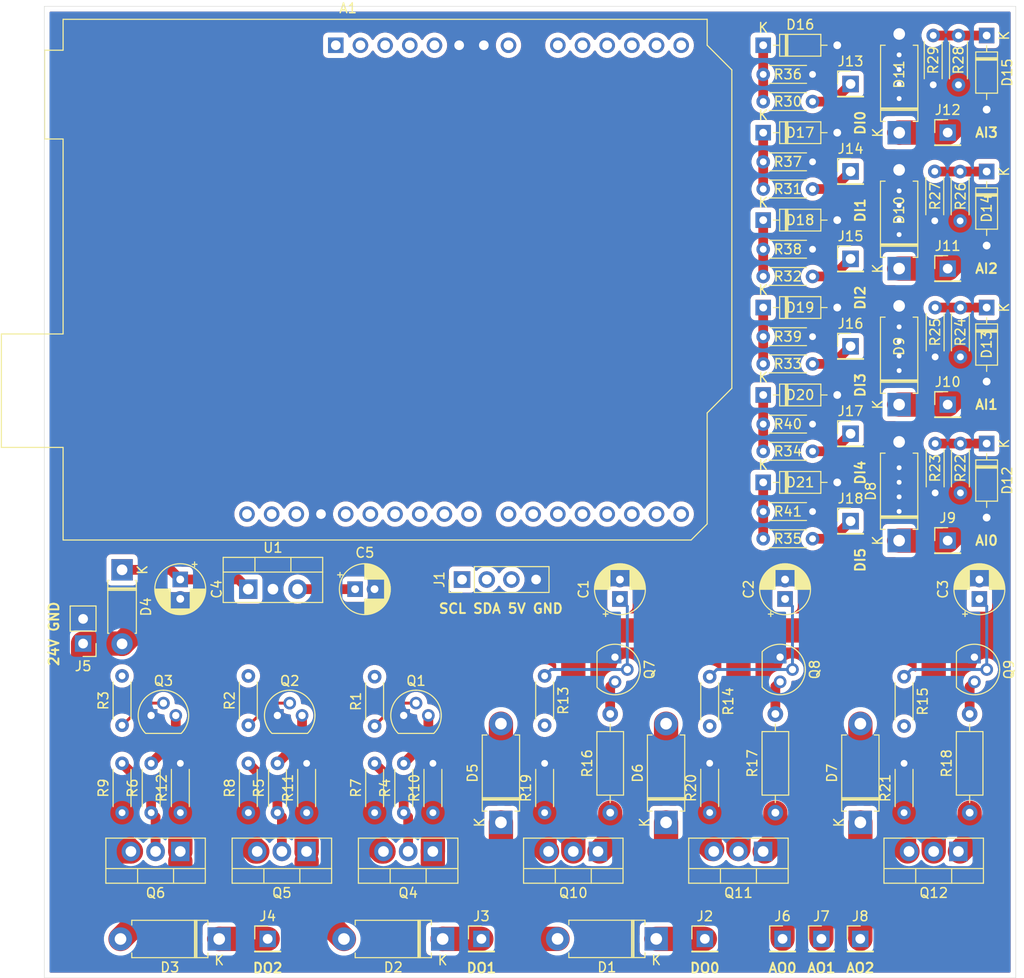
<source format=kicad_pcb>
(kicad_pcb (version 20171130) (host pcbnew "(5.1.12)-1")
  (layers (0 F.Cu signal) (31 B.Cu signal) (34 B.Paste user) (35 F.Paste user) (36 B.SilkS user) (37 F.SilkS user) (38 B.Mask user) (39 F.Mask user) (44 Edge.Cuts user))
  (net 0 "")
  (net 1 "Net-(A1-Pad16)")
  (net 2 "Net-(A1-Pad15)")
  (net 3 "Net-(A1-Pad30)")
  (net 4 /SCL)
  (net 5 GND)
  (net 6 /SDA)
  (net 7 /D13)
  (net 8 /A3)
  (net 9 /D12)
  (net 10 /A2)
  (net 11 /D11)
  (net 12 /A1)
  (net 13 /D10)
  (net 14 /A0)
  (net 15 /D9)
  (net 16 +12V)
  (net 17 /D8)
  (net 18 /DI7)
  (net 19 /DI6)
  (net 20 +5V)
  (net 21 /DI5)
  (net 22 "Net-(A1-Pad4)")
  (net 23 /DI4)
  (net 24 "Net-(A1-Pad3)")
  (net 25 /DI3)
  (net 26 "Net-(A1-Pad2)")
  (net 27 /DI2)
  (net 28 "Net-(A1-Pad1)")
  (net 29 "Net-(C1-Pad1)")
  (net 30 "Net-(C2-Pad1)")
  (net 31 "Net-(C3-Pad1)")
  (net 32 "Net-(C4-Pad1)")
  (net 33 "Net-(D1-Pad2)")
  (net 34 /DO_0)
  (net 35 "Net-(D2-Pad2)")
  (net 36 /DO_1)
  (net 37 "Net-(D3-Pad2)")
  (net 38 /DO_2)
  (net 39 +24V)
  (net 40 "Net-(D5-Pad2)")
  (net 41 /AO_0)
  (net 42 "Net-(D6-Pad2)")
  (net 43 /AO_1)
  (net 44 "Net-(D7-Pad2)")
  (net 45 /AO_2)
  (net 46 /AI_0)
  (net 47 /AI_1)
  (net 48 /AI_2)
  (net 49 /AI_3)
  (net 50 "Net-(Q1-Pad3)")
  (net 51 "Net-(Q1-Pad2)")
  (net 52 "Net-(Q2-Pad3)")
  (net 53 "Net-(Q2-Pad2)")
  (net 54 "Net-(Q3-Pad3)")
  (net 55 "Net-(Q3-Pad2)")
  (net 56 "Net-(Q4-Pad2)")
  (net 57 "Net-(Q5-Pad2)")
  (net 58 "Net-(Q6-Pad2)")
  (net 59 "Net-(Q7-Pad3)")
  (net 60 "Net-(Q8-Pad3)")
  (net 61 "Net-(Q9-Pad3)")
  (net 62 "Net-(Q10-Pad1)")
  (net 63 "Net-(Q11-Pad1)")
  (net 64 "Net-(Q12-Pad1)")
  (net 65 /DI_0)
  (net 66 /DI_1)
  (net 67 /DI_2)
  (net 68 /DI_3)
  (net 69 /DI_4)
  (net 70 /DI_5)
  (module Package_TO_SOT_THT:TO-220-3_Vertical (layer F.Cu) (at 146 128 180)
    (fp_text reference Q10 (at 2.54 -4.27) (layer F.SilkS))
    (fp_text value MJE2955T)
    (pad 3 thru_hole oval (at 5.08 0 180) (size 1.905 2) (drill 1.1) (layers *.Cu *.Mask) (net 40 "Net-(D5-Pad2)"))
    (pad 2 thru_hole oval (at 2.54 0 180) (size 1.905 2) (drill 1.1) (layers *.Cu *.Mask) (net 39 +24V))
    (pad 1 thru_hole rect (at 0 0 180) (size 1.905 2) (drill 1.1) (layers *.Cu *.Mask) (net 62 "Net-(Q10-Pad1)"))
  )
  (module Connector_PinHeader_2.54mm:PinHeader_1x01_P2.54mm_Vertical (layer F.Cu) (at 169 137)
    (fp_text reference J7 (at 0 -2.33) (layer F.SilkS))
    (fp_text value Anslutning)
    (pad 1 thru_hole rect (at 0 0) (size 1.7 1.7) (drill 1) (layers *.Cu *.Mask) (net 43 /AO_1))
  )
  (module Connector_PinHeader_2.54mm:PinHeader_1x01_P2.54mm_Vertical (layer F.Cu) (at 173 137)
    (fp_text reference J8 (at 0 -2.33) (layer F.SilkS))
    (fp_text value Anslutning)
    (pad 1 thru_hole rect (at 0 0) (size 1.7 1.7) (drill 1) (layers *.Cu *.Mask) (net 45 /AO_2))
  )
  (module Connector_PinHeader_2.54mm:PinHeader_1x01_P2.54mm_Vertical (layer F.Cu) (at 165 137)
    (fp_text reference J6 (at 0 -2.33) (layer F.SilkS))
    (fp_text value Anslutning)
    (pad 1 thru_hole rect (at 0 0) (size 1.7 1.7) (drill 1) (layers *.Cu *.Mask) (net 41 /AO_0))
  )
  (module Resistor_THT:R_Axial_DIN0204_L3.6mm_D1.6mm_P5.08mm_Horizontal (layer F.Cu) (at 180.67 58 270)
    (fp_text reference R27 (at 2.54 -0.04 90) (layer F.SilkS))
    (fp_text value 1k)
    (pad 2 thru_hole oval (at 5.08 0 270) (size 1.4 1.4) (drill 0.7) (layers *.Cu *.Mask) (net 5 GND))
    (pad 1 thru_hole circle (at 0 0 270) (size 1.4 1.4) (drill 0.7) (layers *.Cu *.Mask) (net 10 /A2))
  )
  (module Resistor_THT:R_Axial_DIN0204_L3.6mm_D1.6mm_P5.08mm_Horizontal (layer F.Cu) (at 183.28 63.09 90)
    (fp_text reference R26 (at 2.54 0.05 90) (layer F.SilkS))
    (fp_text value 1k)
    (pad 2 thru_hole oval (at 5.08 0 90) (size 1.4 1.4) (drill 0.7) (layers *.Cu *.Mask) (net 10 /A2))
    (pad 1 thru_hole circle (at 0 0 90) (size 1.4 1.4) (drill 0.7) (layers *.Cu *.Mask) (net 48 /AI_2))
  )
  (module Resistor_THT:R_Axial_DIN0204_L3.6mm_D1.6mm_P5.08mm_Horizontal (layer F.Cu) (at 180.51 44 270)
    (fp_text reference R29 (at 2.54 0 90) (layer F.SilkS))
    (fp_text value 1k)
    (pad 2 thru_hole oval (at 5.08 0 270) (size 1.4 1.4) (drill 0.7) (layers *.Cu *.Mask) (net 5 GND))
    (pad 1 thru_hole circle (at 0 0 270) (size 1.4 1.4) (drill 0.7) (layers *.Cu *.Mask) (net 8 /A3))
  )
  (module Resistor_THT:R_Axial_DIN0204_L3.6mm_D1.6mm_P5.08mm_Horizontal (layer F.Cu) (at 183.11 49.09 90)
    (fp_text reference R28 (at 2.54 0 90) (layer F.SilkS))
    (fp_text value 1k)
    (pad 2 thru_hole oval (at 5.08 0 90) (size 1.4 1.4) (drill 0.7) (layers *.Cu *.Mask) (net 8 /A3))
    (pad 1 thru_hole circle (at 0 0 90) (size 1.4 1.4) (drill 0.7) (layers *.Cu *.Mask) (net 49 /AI_3))
  )
  (module Resistor_THT:R_Axial_DIN0204_L3.6mm_D1.6mm_P5.08mm_Horizontal (layer F.Cu) (at 180.71 72.01 270)
    (fp_text reference R25 (at 2.54 0 90) (layer F.SilkS))
    (fp_text value 1k)
    (pad 2 thru_hole oval (at 5.08 0 270) (size 1.4 1.4) (drill 0.7) (layers *.Cu *.Mask) (net 5 GND))
    (pad 1 thru_hole circle (at 0 0 270) (size 1.4 1.4) (drill 0.7) (layers *.Cu *.Mask) (net 12 /A1))
  )
  (module Resistor_THT:R_Axial_DIN0204_L3.6mm_D1.6mm_P5.08mm_Horizontal (layer F.Cu) (at 183.31 77.09 90)
    (fp_text reference R24 (at 2.54 0 90) (layer F.SilkS))
    (fp_text value 1k)
    (pad 2 thru_hole oval (at 5.08 0 90) (size 1.4 1.4) (drill 0.7) (layers *.Cu *.Mask) (net 12 /A1))
    (pad 1 thru_hole circle (at 0 0 90) (size 1.4 1.4) (drill 0.7) (layers *.Cu *.Mask) (net 47 /AI_1))
  )
  (module Resistor_THT:R_Axial_DIN0204_L3.6mm_D1.6mm_P5.08mm_Horizontal (layer F.Cu) (at 180.71 86.01 270)
    (fp_text reference R23 (at 2.54 0 90) (layer F.SilkS))
    (fp_text value 1k)
    (pad 2 thru_hole oval (at 5.08 0 270) (size 1.4 1.4) (drill 0.7) (layers *.Cu *.Mask) (net 5 GND))
    (pad 1 thru_hole circle (at 0 0 270) (size 1.4 1.4) (drill 0.7) (layers *.Cu *.Mask) (net 14 /A0))
  )
  (module Resistor_THT:R_Axial_DIN0204_L3.6mm_D1.6mm_P5.08mm_Horizontal (layer F.Cu) (at 183.31 91.09 90)
    (fp_text reference R22 (at 2.54 0 90) (layer F.SilkS))
    (fp_text value 1k)
    (pad 2 thru_hole oval (at 5.08 0 90) (size 1.4 1.4) (drill 0.7) (layers *.Cu *.Mask) (net 14 /A0))
    (pad 1 thru_hole circle (at 0 0 90) (size 1.4 1.4) (drill 0.7) (layers *.Cu *.Mask) (net 46 /AI_0))
  )
  (module Diode_THT:D_DO-35_SOD27_P7.62mm_Horizontal (layer F.Cu) (at 186.01 44.01 270)
    (fp_text reference D15 (at 3.81 -2.12 90) (layer F.SilkS))
    (fp_text value 5.2V)
    (fp_text user K (at 0 -1.8 90) (layer F.SilkS))
    (pad 2 thru_hole oval (at 7.62 0 270) (size 1.6 1.6) (drill 0.8) (layers *.Cu *.Mask) (net 5 GND))
    (pad 1 thru_hole rect (at 0 0 270) (size 1.6 1.6) (drill 0.8) (layers *.Cu *.Mask) (net 8 /A3))
  )
  (module Diode_THT:D_DO-35_SOD27_P7.62mm_Horizontal (layer F.Cu) (at 186.01 58.01 270)
    (fp_text reference D14 (at 3.8 0 90) (layer F.SilkS))
    (fp_text value 5.2V)
    (fp_text user K (at 0 -1.8 90) (layer F.SilkS))
    (pad 2 thru_hole oval (at 7.62 0 270) (size 1.6 1.6) (drill 0.8) (layers *.Cu *.Mask) (net 5 GND))
    (pad 1 thru_hole rect (at 0 0 270) (size 1.6 1.6) (drill 0.8) (layers *.Cu *.Mask) (net 10 /A2))
  )
  (module Diode_THT:D_DO-35_SOD27_P7.62mm_Horizontal (layer F.Cu) (at 186.01 72.01 270)
    (fp_text reference D13 (at 3.81 0 90) (layer F.SilkS))
    (fp_text value 5.2V)
    (fp_text user K (at 0 -1.8 90) (layer F.SilkS))
    (pad 2 thru_hole oval (at 7.62 0 270) (size 1.6 1.6) (drill 0.8) (layers *.Cu *.Mask) (net 5 GND))
    (pad 1 thru_hole rect (at 0 0 270) (size 1.6 1.6) (drill 0.8) (layers *.Cu *.Mask) (net 12 /A1))
  )
  (module Diode_THT:D_DO-35_SOD27_P7.62mm_Horizontal (layer F.Cu) (at 186.01 86.01 270)
    (fp_text reference D12 (at 3.81 -2.12 90) (layer F.SilkS))
    (fp_text value 5.2V)
    (fp_text user K (at 0 -1.8 90) (layer F.SilkS))
    (pad 2 thru_hole oval (at 7.62 0 270) (size 1.6 1.6) (drill 0.8) (layers *.Cu *.Mask) (net 5 GND))
    (pad 1 thru_hole rect (at 0 0 270) (size 1.6 1.6) (drill 0.8) (layers *.Cu *.Mask) (net 14 /A0))
  )
  (module Diode_THT:D_DO-15_P10.16mm_Horizontal (layer F.Cu) (at 177.01 54.01 90)
    (fp_text reference D11 (at 6 0 90) (layer F.SilkS))
    (fp_text value 1N5400K)
    (fp_text user K (at 0 -2.2 90) (layer F.SilkS))
    (pad 2 thru_hole oval (at 10.16 0 90) (size 2.4 2.4) (drill 1.2) (layers *.Cu *.Mask) (net 5 GND))
    (pad 1 thru_hole rect (at 0 0 90) (size 2.4 2.4) (drill 1.2) (layers *.Cu *.Mask) (net 49 /AI_3))
  )
  (module Diode_THT:D_DO-15_P10.16mm_Horizontal (layer F.Cu) (at 177 68 90)
    (fp_text reference D10 (at 6 0 90) (layer F.SilkS))
    (fp_text value 1N5400K)
    (fp_text user K (at 0 -2.2 90) (layer F.SilkS))
    (pad 2 thru_hole oval (at 10.16 0 90) (size 2.4 2.4) (drill 1.2) (layers *.Cu *.Mask) (net 5 GND))
    (pad 1 thru_hole rect (at 0 0 90) (size 2.4 2.4) (drill 1.2) (layers *.Cu *.Mask) (net 48 /AI_2))
  )
  (module Diode_THT:D_DO-15_P10.16mm_Horizontal (layer F.Cu) (at 177 82 90)
    (fp_text reference D9 (at 6 0 90) (layer F.SilkS))
    (fp_text value 1N5400K)
    (fp_text user K (at 0 -2.2 90) (layer F.SilkS))
    (pad 2 thru_hole oval (at 10.16 0 90) (size 2.4 2.4) (drill 1.2) (layers *.Cu *.Mask) (net 5 GND))
    (pad 1 thru_hole rect (at 0 0 90) (size 2.4 2.4) (drill 1.2) (layers *.Cu *.Mask) (net 47 /AI_1))
  )
  (module Diode_THT:D_DO-15_P10.16mm_Horizontal (layer F.Cu) (at 177 96 90)
    (fp_text reference D8 (at 5.08 -2.92 90) (layer F.SilkS))
    (fp_text value 1N5400K)
    (fp_text user K (at 0 -2.2 90) (layer F.SilkS))
    (pad 2 thru_hole oval (at 10.16 0 90) (size 2.4 2.4) (drill 1.2) (layers *.Cu *.Mask) (net 5 GND))
    (pad 1 thru_hole rect (at 0 0 90) (size 2.4 2.4) (drill 1.2) (layers *.Cu *.Mask) (net 46 /AI_0))
  )
  (module Resistor_THT:R_Axial_DIN0207_L6.3mm_D2.5mm_P10.16mm_Horizontal (layer F.Cu) (at 184.26 124.01 90)
    (fp_text reference R18 (at 5.08 -2.37 90) (layer F.SilkS))
    (fp_text value "1k, 1W")
    (pad 2 thru_hole oval (at 10.16 0 90) (size 1.6 1.6) (drill 0.8) (layers *.Cu *.Mask) (net 61 "Net-(Q9-Pad3)"))
    (pad 1 thru_hole circle (at 0 0 90) (size 1.6 1.6) (drill 0.8) (layers *.Cu *.Mask) (net 64 "Net-(Q12-Pad1)"))
  )
  (module Resistor_THT:R_Axial_DIN0207_L6.3mm_D2.5mm_P10.16mm_Horizontal (layer F.Cu) (at 164.26 124.01 90)
    (fp_text reference R17 (at 5.08 -2.37 90) (layer F.SilkS))
    (fp_text value "1k, 1W")
    (pad 2 thru_hole oval (at 10.16 0 90) (size 1.6 1.6) (drill 0.8) (layers *.Cu *.Mask) (net 60 "Net-(Q8-Pad3)"))
    (pad 1 thru_hole circle (at 0 0 90) (size 1.6 1.6) (drill 0.8) (layers *.Cu *.Mask) (net 63 "Net-(Q11-Pad1)"))
  )
  (module Resistor_THT:R_Axial_DIN0207_L6.3mm_D2.5mm_P10.16mm_Horizontal (layer F.Cu) (at 147.26 124.01 90)
    (fp_text reference R16 (at 5.08 -2.37 90) (layer F.SilkS))
    (fp_text value "1k, 1W")
    (pad 2 thru_hole oval (at 10.16 0 90) (size 1.6 1.6) (drill 0.8) (layers *.Cu *.Mask) (net 59 "Net-(Q7-Pad3)"))
    (pad 1 thru_hole circle (at 0 0 90) (size 1.6 1.6) (drill 0.8) (layers *.Cu *.Mask) (net 62 "Net-(Q10-Pad1)"))
  )
  (module Diode_THT:D_DO-15_P10.16mm_Horizontal (layer F.Cu) (at 173.01 125.01 90)
    (fp_text reference D7 (at 5.08 -2.92 90) (layer F.SilkS))
    (fp_text value 1N5400K)
    (fp_text user K (at 0 -2.2 90) (layer F.SilkS))
    (pad 2 thru_hole oval (at 10.16 0 90) (size 2.4 2.4) (drill 1.2) (layers *.Cu *.Mask) (net 44 "Net-(D7-Pad2)"))
    (pad 1 thru_hole rect (at 0 0 90) (size 2.4 2.4) (drill 1.2) (layers *.Cu *.Mask) (net 45 /AO_2))
  )
  (module Diode_THT:D_DO-15_P10.16mm_Horizontal (layer F.Cu) (at 153.01 125.01 90)
    (fp_text reference D6 (at 5.08 -2.92 90) (layer F.SilkS))
    (fp_text value 1N5400K)
    (fp_text user K (at 0 -2.2 90) (layer F.SilkS))
    (pad 2 thru_hole oval (at 10.16 0 90) (size 2.4 2.4) (drill 1.2) (layers *.Cu *.Mask) (net 42 "Net-(D6-Pad2)"))
    (pad 1 thru_hole rect (at 0 0 90) (size 2.4 2.4) (drill 1.2) (layers *.Cu *.Mask) (net 43 /AO_1))
  )
  (module Diode_THT:D_DO-15_P10.16mm_Horizontal (layer F.Cu) (at 136.01 125.01 90)
    (fp_text reference D5 (at 5.08 -2.92 90) (layer F.SilkS))
    (fp_text value 1N5400K)
    (fp_text user K (at 0 -2.2 90) (layer F.SilkS))
    (pad 2 thru_hole oval (at 10.16 0 90) (size 2.4 2.4) (drill 1.2) (layers *.Cu *.Mask) (net 40 "Net-(D5-Pad2)"))
    (pad 1 thru_hole rect (at 0 0 90) (size 2.4 2.4) (drill 1.2) (layers *.Cu *.Mask) (net 41 /AO_0))
  )
  (module Diode_THT:D_DO-15_P10.16mm_Horizontal (layer F.Cu) (at 107.01 137.01 180)
    (fp_text reference D3 (at 5.08 -2.92) (layer F.SilkS))
    (fp_text value 1N5400K)
    (fp_text user K (at 0 -2.2) (layer F.SilkS))
    (pad 2 thru_hole oval (at 10.16 0 180) (size 2.4 2.4) (drill 1.2) (layers *.Cu *.Mask) (net 37 "Net-(D3-Pad2)"))
    (pad 1 thru_hole rect (at 0 0 180) (size 2.4 2.4) (drill 1.2) (layers *.Cu *.Mask) (net 38 /DO_2))
  )
  (module Diode_THT:D_DO-15_P10.16mm_Horizontal (layer F.Cu) (at 130.01 137.01 180)
    (fp_text reference D2 (at 5.08 -2.92) (layer F.SilkS))
    (fp_text value 1N5400K)
    (fp_text user K (at 0 -2.2) (layer F.SilkS))
    (pad 2 thru_hole oval (at 10.16 0 180) (size 2.4 2.4) (drill 1.2) (layers *.Cu *.Mask) (net 35 "Net-(D2-Pad2)"))
    (pad 1 thru_hole rect (at 0 0 180) (size 2.4 2.4) (drill 1.2) (layers *.Cu *.Mask) (net 36 /DO_1))
  )
  (module Diode_THT:D_DO-15_P10.16mm_Horizontal (layer F.Cu) (at 152 137 180)
    (fp_text reference D1 (at 5.08 -2.92) (layer F.SilkS))
    (fp_text value 1N5400K)
    (fp_text user K (at 0 -2.2) (layer F.SilkS))
    (pad 1 thru_hole rect (at 0 0 180) (size 2.4 2.4) (drill 1.2) (layers *.Cu *.Mask) (net 34 /DO_0))
    (pad 2 thru_hole oval (at 10.16 0 180) (size 2.4 2.4) (drill 1.2) (layers *.Cu *.Mask) (net 33 "Net-(D1-Pad2)"))
  )
  (module Diode_THT:D_DO-41_SOD81_P7.62mm_Horizontal (layer F.Cu) (at 97.01 99.01 270)
    (fp_text reference D4 (at 3.81 -2.47 90) (layer F.SilkS))
    (fp_text value "600V 1A")
    (fp_text user K (at 0 -2.1 90) (layer F.SilkS))
    (pad 2 thru_hole oval (at 7.62 0 270) (size 2.2 2.2) (drill 1.1) (layers *.Cu *.Mask) (net 39 +24V))
    (pad 1 thru_hole rect (at 0 0 270) (size 2.2 2.2) (drill 1.1) (layers *.Cu *.Mask) (net 32 "Net-(C4-Pad1)"))
  )
  (module Resistor_THT:R_Axial_DIN0204_L3.6mm_D1.6mm_P5.08mm_Horizontal (layer F.Cu) (at 163.01 93.01)
    (fp_text reference R41 (at 2.54 0) (layer F.SilkS))
    (fp_text value 100k)
    (pad 2 thru_hole oval (at 5.08 0) (size 1.4 1.4) (drill 0.7) (layers *.Cu *.Mask) (net 5 GND))
    (pad 1 thru_hole circle (at 0 0) (size 1.4 1.4) (drill 0.7) (layers *.Cu *.Mask) (net 18 /DI7))
  )
  (module Resistor_THT:R_Axial_DIN0204_L3.6mm_D1.6mm_P5.08mm_Horizontal (layer F.Cu) (at 163.01 84.01)
    (fp_text reference R40 (at 2.54 0) (layer F.SilkS))
    (fp_text value 100k)
    (pad 2 thru_hole oval (at 5.08 0) (size 1.4 1.4) (drill 0.7) (layers *.Cu *.Mask) (net 5 GND))
    (pad 1 thru_hole circle (at 0 0) (size 1.4 1.4) (drill 0.7) (layers *.Cu *.Mask) (net 19 /DI6))
  )
  (module Resistor_THT:R_Axial_DIN0204_L3.6mm_D1.6mm_P5.08mm_Horizontal (layer F.Cu) (at 163.01 75.01)
    (fp_text reference R39 (at 2.54 0) (layer F.SilkS))
    (fp_text value 100k)
    (pad 2 thru_hole oval (at 5.08 0) (size 1.4 1.4) (drill 0.7) (layers *.Cu *.Mask) (net 5 GND))
    (pad 1 thru_hole circle (at 0 0) (size 1.4 1.4) (drill 0.7) (layers *.Cu *.Mask) (net 21 /DI5))
  )
  (module Resistor_THT:R_Axial_DIN0204_L3.6mm_D1.6mm_P5.08mm_Horizontal (layer F.Cu) (at 163.01 66.01)
    (fp_text reference R38 (at 2.54 0) (layer F.SilkS))
    (fp_text value 100k)
    (pad 2 thru_hole oval (at 5.08 0) (size 1.4 1.4) (drill 0.7) (layers *.Cu *.Mask) (net 5 GND))
    (pad 1 thru_hole circle (at 0 0) (size 1.4 1.4) (drill 0.7) (layers *.Cu *.Mask) (net 23 /DI4))
  )
  (module Resistor_THT:R_Axial_DIN0204_L3.6mm_D1.6mm_P5.08mm_Horizontal (layer F.Cu) (at 163.01 57.01)
    (fp_text reference R37 (at 2.54 0) (layer F.SilkS))
    (fp_text value 100k)
    (pad 2 thru_hole oval (at 5.08 0) (size 1.4 1.4) (drill 0.7) (layers *.Cu *.Mask) (net 5 GND))
    (pad 1 thru_hole circle (at 0 0) (size 1.4 1.4) (drill 0.7) (layers *.Cu *.Mask) (net 25 /DI3))
  )
  (module Resistor_THT:R_Axial_DIN0204_L3.6mm_D1.6mm_P5.08mm_Horizontal (layer F.Cu) (at 163.01 48.01)
    (fp_text reference R36 (at 2.54 0) (layer F.SilkS))
    (fp_text value 100k)
    (pad 2 thru_hole oval (at 5.08 0) (size 1.4 1.4) (drill 0.7) (layers *.Cu *.Mask) (net 5 GND))
    (pad 1 thru_hole circle (at 0 0) (size 1.4 1.4) (drill 0.7) (layers *.Cu *.Mask) (net 27 /DI2))
  )
  (module Resistor_THT:R_Axial_DIN0204_L3.6mm_D1.6mm_P5.08mm_Horizontal (layer F.Cu) (at 163.01 95.81)
    (fp_text reference R35 (at 2.54 0) (layer F.SilkS))
    (fp_text value 10k)
    (pad 2 thru_hole oval (at 5.08 0) (size 1.4 1.4) (drill 0.7) (layers *.Cu *.Mask) (net 70 /DI_5))
    (pad 1 thru_hole circle (at 0 0) (size 1.4 1.4) (drill 0.7) (layers *.Cu *.Mask) (net 18 /DI7))
  )
  (module Resistor_THT:R_Axial_DIN0204_L3.6mm_D1.6mm_P5.08mm_Horizontal (layer F.Cu) (at 163.01 86.81)
    (fp_text reference R34 (at 2.54 0) (layer F.SilkS))
    (fp_text value 10k)
    (pad 2 thru_hole oval (at 5.08 0) (size 1.4 1.4) (drill 0.7) (layers *.Cu *.Mask) (net 69 /DI_4))
    (pad 1 thru_hole circle (at 0 0) (size 1.4 1.4) (drill 0.7) (layers *.Cu *.Mask) (net 19 /DI6))
  )
  (module Resistor_THT:R_Axial_DIN0204_L3.6mm_D1.6mm_P5.08mm_Horizontal (layer F.Cu) (at 163.01 77.81)
    (fp_text reference R33 (at 2.54 0) (layer F.SilkS))
    (fp_text value 10k)
    (pad 2 thru_hole oval (at 5.08 0) (size 1.4 1.4) (drill 0.7) (layers *.Cu *.Mask) (net 68 /DI_3))
    (pad 1 thru_hole circle (at 0 0) (size 1.4 1.4) (drill 0.7) (layers *.Cu *.Mask) (net 21 /DI5))
  )
  (module Resistor_THT:R_Axial_DIN0204_L3.6mm_D1.6mm_P5.08mm_Horizontal (layer F.Cu) (at 163.01 68.81)
    (fp_text reference R32 (at 2.54 0) (layer F.SilkS))
    (fp_text value 10k)
    (pad 2 thru_hole oval (at 5.08 0) (size 1.4 1.4) (drill 0.7) (layers *.Cu *.Mask) (net 67 /DI_2))
    (pad 1 thru_hole circle (at 0 0) (size 1.4 1.4) (drill 0.7) (layers *.Cu *.Mask) (net 23 /DI4))
  )
  (module Resistor_THT:R_Axial_DIN0204_L3.6mm_D1.6mm_P5.08mm_Horizontal (layer F.Cu) (at 163.01 59.81)
    (fp_text reference R31 (at 2.54 0) (layer F.SilkS))
    (fp_text value 10k)
    (pad 2 thru_hole oval (at 5.08 0) (size 1.4 1.4) (drill 0.7) (layers *.Cu *.Mask) (net 66 /DI_1))
    (pad 1 thru_hole circle (at 0 0) (size 1.4 1.4) (drill 0.7) (layers *.Cu *.Mask) (net 25 /DI3))
  )
  (module Resistor_THT:R_Axial_DIN0204_L3.6mm_D1.6mm_P5.08mm_Horizontal (layer F.Cu) (at 163.01 50.81)
    (fp_text reference R30 (at 2.54 0) (layer F.SilkS))
    (fp_text value 10k)
    (pad 2 thru_hole oval (at 5.08 0) (size 1.4 1.4) (drill 0.7) (layers *.Cu *.Mask) (net 65 /DI_0))
    (pad 1 thru_hole circle (at 0 0) (size 1.4 1.4) (drill 0.7) (layers *.Cu *.Mask) (net 27 /DI2))
  )
  (module Resistor_THT:R_Axial_DIN0204_L3.6mm_D1.6mm_P5.08mm_Horizontal (layer F.Cu) (at 177.51 124.01 90)
    (fp_text reference R21 (at 2.54 -1.92 90) (layer F.SilkS))
    (fp_text value 100k)
    (pad 2 thru_hole oval (at 5.08 0 90) (size 1.4 1.4) (drill 0.7) (layers *.Cu *.Mask) (net 5 GND))
    (pad 1 thru_hole circle (at 0 0 90) (size 1.4 1.4) (drill 0.7) (layers *.Cu *.Mask) (net 44 "Net-(D7-Pad2)"))
  )
  (module Resistor_THT:R_Axial_DIN0204_L3.6mm_D1.6mm_P5.08mm_Horizontal (layer F.Cu) (at 157.5 124 90)
    (fp_text reference R20 (at 2.54 -1.92 90) (layer F.SilkS))
    (fp_text value 100k)
    (pad 2 thru_hole oval (at 5.08 0 90) (size 1.4 1.4) (drill 0.7) (layers *.Cu *.Mask) (net 5 GND))
    (pad 1 thru_hole circle (at 0 0 90) (size 1.4 1.4) (drill 0.7) (layers *.Cu *.Mask) (net 42 "Net-(D6-Pad2)"))
  )
  (module Resistor_THT:R_Axial_DIN0204_L3.6mm_D1.6mm_P5.08mm_Horizontal (layer F.Cu) (at 140.51 124.01 90)
    (fp_text reference R19 (at 2.54 -1.92 90) (layer F.SilkS))
    (fp_text value 100k)
    (pad 2 thru_hole oval (at 5.08 0 90) (size 1.4 1.4) (drill 0.7) (layers *.Cu *.Mask) (net 5 GND))
    (pad 1 thru_hole circle (at 0 0 90) (size 1.4 1.4) (drill 0.7) (layers *.Cu *.Mask) (net 40 "Net-(D5-Pad2)"))
  )
  (module Resistor_THT:R_Axial_DIN0204_L3.6mm_D1.6mm_P5.08mm_Horizontal (layer F.Cu) (at 177.51 110.01 270)
    (fp_text reference R15 (at 2.54 -1.92 90) (layer F.SilkS))
    (fp_text value 100)
    (pad 2 thru_hole oval (at 5.08 0 270) (size 1.4 1.4) (drill 0.7) (layers *.Cu *.Mask) (net 11 /D11))
    (pad 1 thru_hole circle (at 0 0 270) (size 1.4 1.4) (drill 0.7) (layers *.Cu *.Mask) (net 31 "Net-(C3-Pad1)"))
  )
  (module Resistor_THT:R_Axial_DIN0204_L3.6mm_D1.6mm_P5.08mm_Horizontal (layer F.Cu) (at 157.5 110.01 270)
    (fp_text reference R14 (at 2.54 -1.92 90) (layer F.SilkS))
    (fp_text value 100)
    (pad 2 thru_hole oval (at 5.08 0 270) (size 1.4 1.4) (drill 0.7) (layers *.Cu *.Mask) (net 13 /D10))
    (pad 1 thru_hole circle (at 0 0 270) (size 1.4 1.4) (drill 0.7) (layers *.Cu *.Mask) (net 30 "Net-(C2-Pad1)"))
  )
  (module Resistor_THT:R_Axial_DIN0204_L3.6mm_D1.6mm_P5.08mm_Horizontal (layer F.Cu) (at 140.51 109.93 270)
    (fp_text reference R13 (at 2.54 -1.92 90) (layer F.SilkS))
    (fp_text value 100)
    (pad 2 thru_hole oval (at 5.08 0 270) (size 1.4 1.4) (drill 0.7) (layers *.Cu *.Mask) (net 15 /D9))
    (pad 1 thru_hole circle (at 0 0 270) (size 1.4 1.4) (drill 0.7) (layers *.Cu *.Mask) (net 29 "Net-(C1-Pad1)"))
  )
  (module Resistor_THT:R_Axial_DIN0204_L3.6mm_D1.6mm_P5.08mm_Horizontal (layer F.Cu) (at 103.01 124.01 90)
    (fp_text reference R12 (at 2.54 -1.92 90) (layer F.SilkS))
    (fp_text value 100k)
    (pad 2 thru_hole oval (at 5.08 0 90) (size 1.4 1.4) (drill 0.7) (layers *.Cu *.Mask) (net 5 GND))
    (pad 1 thru_hole circle (at 0 0 90) (size 1.4 1.4) (drill 0.7) (layers *.Cu *.Mask) (net 37 "Net-(D3-Pad2)"))
  )
  (module Resistor_THT:R_Axial_DIN0204_L3.6mm_D1.6mm_P5.08mm_Horizontal (layer F.Cu) (at 116.01 124.01 90)
    (fp_text reference R11 (at 2.54 -1.92 90) (layer F.SilkS))
    (fp_text value 100k)
    (pad 2 thru_hole oval (at 5.08 0 90) (size 1.4 1.4) (drill 0.7) (layers *.Cu *.Mask) (net 5 GND))
    (pad 1 thru_hole circle (at 0 0 90) (size 1.4 1.4) (drill 0.7) (layers *.Cu *.Mask) (net 35 "Net-(D2-Pad2)"))
  )
  (module Resistor_THT:R_Axial_DIN0204_L3.6mm_D1.6mm_P5.08mm_Horizontal (layer F.Cu) (at 129.01 124.01 90)
    (fp_text reference R10 (at 2.54 -1.92 90) (layer F.SilkS))
    (fp_text value 100k)
    (pad 2 thru_hole oval (at 5.08 0 90) (size 1.4 1.4) (drill 0.7) (layers *.Cu *.Mask) (net 5 GND))
    (pad 1 thru_hole circle (at 0 0 90) (size 1.4 1.4) (drill 0.7) (layers *.Cu *.Mask) (net 33 "Net-(D1-Pad2)"))
  )
  (module Resistor_THT:R_Axial_DIN0204_L3.6mm_D1.6mm_P5.08mm_Horizontal (layer F.Cu) (at 97.01 124.01 90)
    (fp_text reference R9 (at 2.54 -1.92 90) (layer F.SilkS))
    (fp_text value 100k)
    (pad 2 thru_hole oval (at 5.08 0 90) (size 1.4 1.4) (drill 0.7) (layers *.Cu *.Mask) (net 58 "Net-(Q6-Pad2)"))
    (pad 1 thru_hole circle (at 0 0 90) (size 1.4 1.4) (drill 0.7) (layers *.Cu *.Mask) (net 39 +24V))
  )
  (module Resistor_THT:R_Axial_DIN0204_L3.6mm_D1.6mm_P5.08mm_Horizontal (layer F.Cu) (at 110.01 124.01 90)
    (fp_text reference R8 (at 2.54 -1.92 90) (layer F.SilkS))
    (fp_text value 100k)
    (pad 2 thru_hole oval (at 5.08 0 90) (size 1.4 1.4) (drill 0.7) (layers *.Cu *.Mask) (net 57 "Net-(Q5-Pad2)"))
    (pad 1 thru_hole circle (at 0 0 90) (size 1.4 1.4) (drill 0.7) (layers *.Cu *.Mask) (net 39 +24V))
  )
  (module Resistor_THT:R_Axial_DIN0204_L3.6mm_D1.6mm_P5.08mm_Horizontal (layer F.Cu) (at 123.01 124.01 90)
    (fp_text reference R7 (at 2.54 -1.92 90) (layer F.SilkS))
    (fp_text value 100k)
    (pad 2 thru_hole oval (at 5.08 0 90) (size 1.4 1.4) (drill 0.7) (layers *.Cu *.Mask) (net 56 "Net-(Q4-Pad2)"))
    (pad 1 thru_hole circle (at 0 0 90) (size 1.4 1.4) (drill 0.7) (layers *.Cu *.Mask) (net 39 +24V))
  )
  (module Resistor_THT:R_Axial_DIN0204_L3.6mm_D1.6mm_P5.08mm_Horizontal (layer F.Cu) (at 100.01 124.01 90)
    (fp_text reference R6 (at 2.54 -1.92 90) (layer F.SilkS))
    (fp_text value 100k)
    (pad 2 thru_hole oval (at 5.08 0 90) (size 1.4 1.4) (drill 0.7) (layers *.Cu *.Mask) (net 54 "Net-(Q3-Pad3)"))
    (pad 1 thru_hole circle (at 0 0 90) (size 1.4 1.4) (drill 0.7) (layers *.Cu *.Mask) (net 58 "Net-(Q6-Pad2)"))
  )
  (module Resistor_THT:R_Axial_DIN0204_L3.6mm_D1.6mm_P5.08mm_Horizontal (layer F.Cu) (at 113.01 124.01 90)
    (fp_text reference R5 (at 2.54 -1.92 90) (layer F.SilkS))
    (fp_text value 100k)
    (pad 2 thru_hole oval (at 5.08 0 90) (size 1.4 1.4) (drill 0.7) (layers *.Cu *.Mask) (net 52 "Net-(Q2-Pad3)"))
    (pad 1 thru_hole circle (at 0 0 90) (size 1.4 1.4) (drill 0.7) (layers *.Cu *.Mask) (net 57 "Net-(Q5-Pad2)"))
  )
  (module Resistor_THT:R_Axial_DIN0204_L3.6mm_D1.6mm_P5.08mm_Horizontal (layer F.Cu) (at 126.01 124.01 90)
    (fp_text reference R4 (at 2.54 -1.92 90) (layer F.SilkS))
    (fp_text value 100k)
    (pad 2 thru_hole oval (at 5.08 0 90) (size 1.4 1.4) (drill 0.7) (layers *.Cu *.Mask) (net 50 "Net-(Q1-Pad3)"))
    (pad 1 thru_hole circle (at 0 0 90) (size 1.4 1.4) (drill 0.7) (layers *.Cu *.Mask) (net 56 "Net-(Q4-Pad2)"))
  )
  (module Resistor_THT:R_Axial_DIN0204_L3.6mm_D1.6mm_P5.08mm_Horizontal (layer F.Cu) (at 97.01 115.01 90)
    (fp_text reference R3 (at 2.54 -1.92 90) (layer F.SilkS))
    (fp_text value 100)
    (pad 2 thru_hole oval (at 5.08 0 90) (size 1.4 1.4) (drill 0.7) (layers *.Cu *.Mask) (net 7 /D13))
    (pad 1 thru_hole circle (at 0 0 90) (size 1.4 1.4) (drill 0.7) (layers *.Cu *.Mask) (net 55 "Net-(Q3-Pad2)"))
  )
  (module Resistor_THT:R_Axial_DIN0204_L3.6mm_D1.6mm_P5.08mm_Horizontal (layer F.Cu) (at 110.01 115.01 90)
    (fp_text reference R2 (at 2.54 -1.92 90) (layer F.SilkS))
    (fp_text value 100)
    (pad 2 thru_hole oval (at 5.08 0 90) (size 1.4 1.4) (drill 0.7) (layers *.Cu *.Mask) (net 9 /D12))
    (pad 1 thru_hole circle (at 0 0 90) (size 1.4 1.4) (drill 0.7) (layers *.Cu *.Mask) (net 53 "Net-(Q2-Pad2)"))
  )
  (module Resistor_THT:R_Axial_DIN0204_L3.6mm_D1.6mm_P5.08mm_Horizontal (layer F.Cu) (at 123.01 115.09 90)
    (fp_text reference R1 (at 2.54 -1.92 90) (layer F.SilkS))
    (fp_text value 100)
    (pad 2 thru_hole oval (at 5.08 0 90) (size 1.4 1.4) (drill 0.7) (layers *.Cu *.Mask) (net 17 /D8))
    (pad 1 thru_hole circle (at 0 0 90) (size 1.4 1.4) (drill 0.7) (layers *.Cu *.Mask) (net 51 "Net-(Q1-Pad2)"))
  )
  (module Package_TO_SOT_THT:TO-220-3_Vertical (layer F.Cu) (at 110 101)
    (fp_text reference U1 (at 2.54 -4.27) (layer F.SilkS))
    (fp_text value LM7812_TO220)
    (pad 3 thru_hole oval (at 5.08 0) (size 1.905 2) (drill 1.1) (layers *.Cu *.Mask) (net 16 +12V))
    (pad 2 thru_hole oval (at 2.54 0) (size 1.905 2) (drill 1.1) (layers *.Cu *.Mask) (net 5 GND))
    (pad 1 thru_hole rect (at 0 0) (size 1.905 2) (drill 1.1) (layers *.Cu *.Mask) (net 32 "Net-(C4-Pad1)"))
  )
  (module Package_TO_SOT_THT:TO-220-3_Vertical (layer F.Cu) (at 183.1 128 180)
    (fp_text reference Q12 (at 2.54 -4.27) (layer F.SilkS))
    (fp_text value MJE2955T)
    (pad 3 thru_hole oval (at 5.08 0 180) (size 1.905 2) (drill 1.1) (layers *.Cu *.Mask) (net 44 "Net-(D7-Pad2)"))
    (pad 2 thru_hole oval (at 2.54 0 180) (size 1.905 2) (drill 1.1) (layers *.Cu *.Mask) (net 39 +24V))
    (pad 1 thru_hole rect (at 0 0 180) (size 1.905 2) (drill 1.1) (layers *.Cu *.Mask) (net 64 "Net-(Q12-Pad1)"))
  )
  (module Package_TO_SOT_THT:TO-220-3_Vertical (layer F.Cu) (at 163 128 180)
    (fp_text reference Q11 (at 2.54 -4.27) (layer F.SilkS))
    (fp_text value MJE2955T)
    (pad 3 thru_hole oval (at 5.08 0 180) (size 1.905 2) (drill 1.1) (layers *.Cu *.Mask) (net 42 "Net-(D6-Pad2)"))
    (pad 2 thru_hole oval (at 2.54 0 180) (size 1.905 2) (drill 1.1) (layers *.Cu *.Mask) (net 39 +24V))
    (pad 1 thru_hole rect (at 0 0 180) (size 1.905 2) (drill 1.1) (layers *.Cu *.Mask) (net 63 "Net-(Q11-Pad1)"))
  )
  (module Package_TO_SOT_THT:TO-92 (layer F.Cu) (at 184.75 108 270)
    (fp_text reference Q9 (at 1.27 -3.56 90) (layer F.SilkS))
    (fp_text value "2N2222 ")
    (pad 1 thru_hole rect (at 0 0 270) (size 1.3 1.3) (drill 0.75) (layers *.Cu *.Mask) (net 5 GND))
    (pad 3 thru_hole circle (at 2.54 0 270) (size 1.3 1.3) (drill 0.75) (layers *.Cu *.Mask) (net 61 "Net-(Q9-Pad3)"))
    (pad 2 thru_hole circle (at 1.27 -1.27 270) (size 1.3 1.3) (drill 0.75) (layers *.Cu *.Mask) (net 31 "Net-(C3-Pad1)"))
  )
  (module Package_TO_SOT_THT:TO-92 (layer F.Cu) (at 164.75 108 270)
    (fp_text reference Q8 (at 1.27 -3.56 90) (layer F.SilkS))
    (fp_text value "2N2222 ")
    (pad 1 thru_hole rect (at 0 0 270) (size 1.3 1.3) (drill 0.75) (layers *.Cu *.Mask) (net 5 GND))
    (pad 3 thru_hole circle (at 2.54 0 270) (size 1.3 1.3) (drill 0.75) (layers *.Cu *.Mask) (net 60 "Net-(Q8-Pad3)"))
    (pad 2 thru_hole circle (at 1.27 -1.27 270) (size 1.3 1.3) (drill 0.75) (layers *.Cu *.Mask) (net 30 "Net-(C2-Pad1)"))
  )
  (module Package_TO_SOT_THT:TO-92 (layer F.Cu) (at 147.75 108 270)
    (fp_text reference Q7 (at 1.27 -3.56 90) (layer F.SilkS))
    (fp_text value "2N2222 ")
    (pad 1 thru_hole rect (at 0 0 270) (size 1.3 1.3) (drill 0.75) (layers *.Cu *.Mask) (net 5 GND))
    (pad 3 thru_hole circle (at 2.54 0 270) (size 1.3 1.3) (drill 0.75) (layers *.Cu *.Mask) (net 59 "Net-(Q7-Pad3)"))
    (pad 2 thru_hole circle (at 1.27 -1.27 270) (size 1.3 1.3) (drill 0.75) (layers *.Cu *.Mask) (net 29 "Net-(C1-Pad1)"))
  )
  (module Package_TO_SOT_THT:TO-220-3_Vertical (layer F.Cu) (at 103 128 180)
    (fp_text reference Q6 (at 2.54 -4.27) (layer F.SilkS))
    (fp_text value IRF9630)
    (pad 3 thru_hole oval (at 5.08 0 180) (size 1.905 2) (drill 1.1) (layers *.Cu *.Mask) (net 39 +24V))
    (pad 2 thru_hole oval (at 2.54 0 180) (size 1.905 2) (drill 1.1) (layers *.Cu *.Mask) (net 58 "Net-(Q6-Pad2)"))
    (pad 1 thru_hole rect (at 0 0 180) (size 1.905 2) (drill 1.1) (layers *.Cu *.Mask) (net 37 "Net-(D3-Pad2)"))
  )
  (module Package_TO_SOT_THT:TO-220-3_Vertical (layer F.Cu) (at 116 128 180)
    (fp_text reference Q5 (at 2.54 -4.27) (layer F.SilkS))
    (fp_text value IRF9630)
    (pad 3 thru_hole oval (at 5.08 0 180) (size 1.905 2) (drill 1.1) (layers *.Cu *.Mask) (net 39 +24V))
    (pad 2 thru_hole oval (at 2.54 0 180) (size 1.905 2) (drill 1.1) (layers *.Cu *.Mask) (net 57 "Net-(Q5-Pad2)"))
    (pad 1 thru_hole rect (at 0 0 180) (size 1.905 2) (drill 1.1) (layers *.Cu *.Mask) (net 35 "Net-(D2-Pad2)"))
  )
  (module Package_TO_SOT_THT:TO-220-3_Vertical (layer F.Cu) (at 129 128 180)
    (fp_text reference Q4 (at 2.54 -4.27) (layer F.SilkS))
    (fp_text value IRF9630)
    (pad 3 thru_hole oval (at 5.08 0 180) (size 1.905 2) (drill 1.1) (layers *.Cu *.Mask) (net 39 +24V))
    (pad 2 thru_hole oval (at 2.54 0 180) (size 1.905 2) (drill 1.1) (layers *.Cu *.Mask) (net 56 "Net-(Q4-Pad2)"))
    (pad 1 thru_hole rect (at 0 0 180) (size 1.905 2) (drill 1.1) (layers *.Cu *.Mask) (net 33 "Net-(D1-Pad2)"))
  )
  (module Package_TO_SOT_THT:TO-92 (layer F.Cu) (at 100 114)
    (fp_text reference Q3 (at 1.27 -3.56) (layer F.SilkS))
    (fp_text value "2N2222 ")
    (pad 1 thru_hole rect (at 0 0) (size 1.3 1.3) (drill 0.75) (layers *.Cu *.Mask) (net 5 GND))
    (pad 3 thru_hole circle (at 2.54 0) (size 1.3 1.3) (drill 0.75) (layers *.Cu *.Mask) (net 54 "Net-(Q3-Pad3)"))
    (pad 2 thru_hole circle (at 1.27 -1.27) (size 1.3 1.3) (drill 0.75) (layers *.Cu *.Mask) (net 55 "Net-(Q3-Pad2)"))
  )
  (module Package_TO_SOT_THT:TO-92 (layer F.Cu) (at 113 114)
    (fp_text reference Q2 (at 1.27 -3.56) (layer F.SilkS))
    (fp_text value "2N2222 ")
    (pad 1 thru_hole rect (at 0 0) (size 1.3 1.3) (drill 0.75) (layers *.Cu *.Mask) (net 5 GND))
    (pad 3 thru_hole circle (at 2.54 0) (size 1.3 1.3) (drill 0.75) (layers *.Cu *.Mask) (net 52 "Net-(Q2-Pad3)"))
    (pad 2 thru_hole circle (at 1.27 -1.27) (size 1.3 1.3) (drill 0.75) (layers *.Cu *.Mask) (net 53 "Net-(Q2-Pad2)"))
  )
  (module Package_TO_SOT_THT:TO-92 (layer F.Cu) (at 126 114)
    (fp_text reference Q1 (at 1.27 -3.56) (layer F.SilkS))
    (fp_text value "2N2222 ")
    (pad 2 thru_hole circle (at 1.27 -1.27) (size 1.3 1.3) (drill 0.75) (layers *.Cu *.Mask) (net 51 "Net-(Q1-Pad2)"))
    (pad 3 thru_hole circle (at 2.54 0) (size 1.3 1.3) (drill 0.75) (layers *.Cu *.Mask) (net 50 "Net-(Q1-Pad3)"))
    (pad 1 thru_hole rect (at 0 0) (size 1.3 1.3) (drill 0.75) (layers *.Cu *.Mask) (net 5 GND))
  )
  (module Connector_PinHeader_2.54mm:PinHeader_1x04_P2.54mm_Vertical (layer F.Cu) (at 132.01 100.01 90)
    (fp_text reference J1 (at 0 -2.33 90) (layer F.SilkS))
    (fp_text value "LCD 1602 kontakt")
    (pad 4 thru_hole oval (at 0 7.62 90) (size 1.7 1.7) (drill 1) (layers *.Cu *.Mask) (net 5 GND))
    (pad 3 thru_hole oval (at 0 5.08 90) (size 1.7 1.7) (drill 1) (layers *.Cu *.Mask) (net 20 +5V))
    (pad 2 thru_hole oval (at 0 2.54 90) (size 1.7 1.7) (drill 1) (layers *.Cu *.Mask) (net 6 /SDA))
    (pad 1 thru_hole rect (at 0 0 90) (size 1.7 1.7) (drill 1) (layers *.Cu *.Mask) (net 4 /SCL))
  )
  (module Diode_THT:D_DO-35_SOD27_P7.62mm_Horizontal (layer F.Cu) (at 163.01 90.01)
    (fp_text reference D21 (at 3.81 0) (layer F.SilkS))
    (fp_text value 5.2V)
    (fp_text user K (at 0 -1.8) (layer F.SilkS))
    (pad 2 thru_hole oval (at 7.62 0) (size 1.6 1.6) (drill 0.8) (layers *.Cu *.Mask) (net 5 GND))
    (pad 1 thru_hole rect (at 0 0) (size 1.6 1.6) (drill 0.8) (layers *.Cu *.Mask) (net 18 /DI7))
  )
  (module Diode_THT:D_DO-35_SOD27_P7.62mm_Horizontal (layer F.Cu) (at 163.01 81.01)
    (fp_text reference D20 (at 3.81 0) (layer F.SilkS))
    (fp_text value 5.2V)
    (fp_text user K (at 0 -1.8) (layer F.SilkS))
    (pad 2 thru_hole oval (at 7.62 0) (size 1.6 1.6) (drill 0.8) (layers *.Cu *.Mask) (net 5 GND))
    (pad 1 thru_hole rect (at 0 0) (size 1.6 1.6) (drill 0.8) (layers *.Cu *.Mask) (net 19 /DI6))
  )
  (module Diode_THT:D_DO-35_SOD27_P7.62mm_Horizontal (layer F.Cu) (at 163.01 72.01)
    (fp_text reference D19 (at 3.81 0) (layer F.SilkS))
    (fp_text value 5.2V)
    (fp_text user K (at 0 -1.8) (layer F.SilkS))
    (pad 2 thru_hole oval (at 7.62 0) (size 1.6 1.6) (drill 0.8) (layers *.Cu *.Mask) (net 5 GND))
    (pad 1 thru_hole rect (at 0 0) (size 1.6 1.6) (drill 0.8) (layers *.Cu *.Mask) (net 21 /DI5))
  )
  (module Diode_THT:D_DO-35_SOD27_P7.62mm_Horizontal (layer F.Cu) (at 163.01 63.01)
    (fp_text reference D18 (at 3.81 0) (layer F.SilkS))
    (fp_text value 5.2V)
    (fp_text user K (at 0 -1.8) (layer F.SilkS))
    (pad 2 thru_hole oval (at 7.62 0) (size 1.6 1.6) (drill 0.8) (layers *.Cu *.Mask) (net 5 GND))
    (pad 1 thru_hole rect (at 0 0) (size 1.6 1.6) (drill 0.8) (layers *.Cu *.Mask) (net 23 /DI4))
  )
  (module Diode_THT:D_DO-35_SOD27_P7.62mm_Horizontal (layer F.Cu) (at 163.01 54.01)
    (fp_text reference D17 (at 3.81 0) (layer F.SilkS))
    (fp_text value 5.2V)
    (fp_text user K (at 0 -1.8) (layer F.SilkS))
    (pad 2 thru_hole oval (at 7.62 0) (size 1.6 1.6) (drill 0.8) (layers *.Cu *.Mask) (net 5 GND))
    (pad 1 thru_hole rect (at 0 0) (size 1.6 1.6) (drill 0.8) (layers *.Cu *.Mask) (net 25 /DI3))
  )
  (module Diode_THT:D_DO-35_SOD27_P7.62mm_Horizontal (layer F.Cu) (at 163.01 45.01)
    (fp_text reference D16 (at 3.81 -2.12) (layer F.SilkS))
    (fp_text value 5.2V)
    (fp_text user K (at 0 -1.8) (layer F.SilkS))
    (pad 2 thru_hole oval (at 7.62 0) (size 1.6 1.6) (drill 0.8) (layers *.Cu *.Mask) (net 5 GND))
    (pad 1 thru_hole rect (at 0 0) (size 1.6 1.6) (drill 0.8) (layers *.Cu *.Mask) (net 27 /DI2))
  )
  (module Capacitor_THT:CP_Radial_D5.0mm_P2.00mm (layer F.Cu) (at 121 101)
    (fp_text reference C5 (at 1 -3.75) (layer F.SilkS))
    (fp_text value 0.1uF)
    (pad 2 thru_hole circle (at 2 0) (size 1.6 1.6) (drill 0.8) (layers *.Cu *.Mask) (net 5 GND))
    (pad 1 thru_hole rect (at 0 0) (size 1.6 1.6) (drill 0.8) (layers *.Cu *.Mask) (net 16 +12V))
  )
  (module Capacitor_THT:CP_Radial_D5.0mm_P2.00mm (layer F.Cu) (at 103 100 270)
    (fp_text reference C4 (at 1 -3.75 90) (layer F.SilkS))
    (fp_text value 0.33uF)
    (pad 2 thru_hole circle (at 2 0 270) (size 1.6 1.6) (drill 0.8) (layers *.Cu *.Mask) (net 5 GND))
    (pad 1 thru_hole rect (at 0 0 270) (size 1.6 1.6) (drill 0.8) (layers *.Cu *.Mask) (net 32 "Net-(C4-Pad1)"))
  )
  (module Capacitor_THT:CP_Radial_D5.0mm_P2.00mm (layer F.Cu) (at 185.26 102.01 90)
    (fp_text reference C3 (at 1 -3.75 90) (layer F.SilkS))
    (fp_text value 33uF)
    (pad 2 thru_hole circle (at 2 0 90) (size 1.6 1.6) (drill 0.8) (layers *.Cu *.Mask) (net 5 GND))
    (pad 1 thru_hole rect (at 0 0 90) (size 1.6 1.6) (drill 0.8) (layers *.Cu *.Mask) (net 31 "Net-(C3-Pad1)"))
  )
  (module Capacitor_THT:CP_Radial_D5.0mm_P2.00mm (layer F.Cu) (at 165.26 102.01 90)
    (fp_text reference C2 (at 1 -3.75 90) (layer F.SilkS))
    (fp_text value 33uF)
    (pad 2 thru_hole circle (at 2 0 90) (size 1.6 1.6) (drill 0.8) (layers *.Cu *.Mask) (net 5 GND))
    (pad 1 thru_hole rect (at 0 0 90) (size 1.6 1.6) (drill 0.8) (layers *.Cu *.Mask) (net 30 "Net-(C2-Pad1)"))
  )
  (module Capacitor_THT:CP_Radial_D5.0mm_P2.00mm (layer F.Cu) (at 148.26 102.01 90)
    (fp_text reference C1 (at 1 -3.75 90) (layer F.SilkS))
    (fp_text value 33uF)
    (pad 2 thru_hole circle (at 2 0 90) (size 1.6 1.6) (drill 0.8) (layers *.Cu *.Mask) (net 5 GND))
    (pad 1 thru_hole rect (at 0 0 90) (size 1.6 1.6) (drill 0.8) (layers *.Cu *.Mask) (net 29 "Net-(C1-Pad1)"))
  )
  (module Module:Arduino_UNO_R3 (layer F.Cu) (at 119.01 45.01)
    (fp_text reference A1 (at 1.27 -3.81 180) (layer F.SilkS))
    (fp_text value Arduino_UNO_R3)
    (pad 16 thru_hole oval (at 33.02 48.26 90) (size 1.6 1.6) (drill 1) (layers *.Cu *.Mask) (net 1 "Net-(A1-Pad16)"))
    (pad 15 thru_hole oval (at 35.56 48.26 90) (size 1.6 1.6) (drill 1) (layers *.Cu *.Mask) (net 2 "Net-(A1-Pad15)"))
    (pad 30 thru_hole oval (at -4.06 48.26 90) (size 1.6 1.6) (drill 1) (layers *.Cu *.Mask) (net 3 "Net-(A1-Pad30)"))
    (pad 14 thru_hole oval (at 35.56 0 90) (size 1.6 1.6) (drill 1) (layers *.Cu *.Mask) (net 4 /SCL))
    (pad 29 thru_hole oval (at -1.52 48.26 90) (size 1.6 1.6) (drill 1) (layers *.Cu *.Mask) (net 5 GND))
    (pad 13 thru_hole oval (at 33.02 0 90) (size 1.6 1.6) (drill 1) (layers *.Cu *.Mask) (net 6 /SDA))
    (pad 28 thru_hole oval (at 1.02 48.26 90) (size 1.6 1.6) (drill 1) (layers *.Cu *.Mask) (net 7 /D13))
    (pad 12 thru_hole oval (at 30.48 0 90) (size 1.6 1.6) (drill 1) (layers *.Cu *.Mask) (net 8 /A3))
    (pad 27 thru_hole oval (at 3.56 48.26 90) (size 1.6 1.6) (drill 1) (layers *.Cu *.Mask) (net 9 /D12))
    (pad 11 thru_hole oval (at 27.94 0 90) (size 1.6 1.6) (drill 1) (layers *.Cu *.Mask) (net 10 /A2))
    (pad 26 thru_hole oval (at 6.1 48.26 90) (size 1.6 1.6) (drill 1) (layers *.Cu *.Mask) (net 11 /D11))
    (pad 10 thru_hole oval (at 25.4 0 90) (size 1.6 1.6) (drill 1) (layers *.Cu *.Mask) (net 12 /A1))
    (pad 25 thru_hole oval (at 8.64 48.26 90) (size 1.6 1.6) (drill 1) (layers *.Cu *.Mask) (net 13 /D10))
    (pad 9 thru_hole oval (at 22.86 0 90) (size 1.6 1.6) (drill 1) (layers *.Cu *.Mask) (net 14 /A0))
    (pad 24 thru_hole oval (at 11.18 48.26 90) (size 1.6 1.6) (drill 1) (layers *.Cu *.Mask) (net 15 /D9))
    (pad 8 thru_hole oval (at 17.78 0 90) (size 1.6 1.6) (drill 1) (layers *.Cu *.Mask) (net 16 +12V))
    (pad 23 thru_hole oval (at 13.72 48.26 90) (size 1.6 1.6) (drill 1) (layers *.Cu *.Mask) (net 17 /D8))
    (pad 7 thru_hole oval (at 15.24 0 90) (size 1.6 1.6) (drill 1) (layers *.Cu *.Mask) (net 5 GND))
    (pad 22 thru_hole oval (at 17.78 48.26 90) (size 1.6 1.6) (drill 1) (layers *.Cu *.Mask) (net 18 /DI7))
    (pad 6 thru_hole oval (at 12.7 0 90) (size 1.6 1.6) (drill 1) (layers *.Cu *.Mask) (net 5 GND))
    (pad 21 thru_hole oval (at 20.32 48.26 90) (size 1.6 1.6) (drill 1) (layers *.Cu *.Mask) (net 19 /DI6))
    (pad 5 thru_hole oval (at 10.16 0 90) (size 1.6 1.6) (drill 1) (layers *.Cu *.Mask) (net 20 +5V))
    (pad 20 thru_hole oval (at 22.86 48.26 90) (size 1.6 1.6) (drill 1) (layers *.Cu *.Mask) (net 21 /DI5))
    (pad 4 thru_hole oval (at 7.62 0 90) (size 1.6 1.6) (drill 1) (layers *.Cu *.Mask) (net 22 "Net-(A1-Pad4)"))
    (pad 19 thru_hole oval (at 25.4 48.26 90) (size 1.6 1.6) (drill 1) (layers *.Cu *.Mask) (net 23 /DI4))
    (pad 3 thru_hole oval (at 5.08 0 90) (size 1.6 1.6) (drill 1) (layers *.Cu *.Mask) (net 24 "Net-(A1-Pad3)"))
    (pad 18 thru_hole oval (at 27.94 48.26 90) (size 1.6 1.6) (drill 1) (layers *.Cu *.Mask) (net 25 /DI3))
    (pad 2 thru_hole oval (at 2.54 0 90) (size 1.6 1.6) (drill 1) (layers *.Cu *.Mask) (net 26 "Net-(A1-Pad2)"))
    (pad 17 thru_hole oval (at 30.48 48.26 90) (size 1.6 1.6) (drill 1) (layers *.Cu *.Mask) (net 27 /DI2))
    (pad 1 thru_hole rect (at 0 0 90) (size 1.6 1.6) (drill 1) (layers *.Cu *.Mask) (net 28 "Net-(A1-Pad1)"))
    (pad 31 thru_hole oval (at -6.6 48.26 90) (size 1.6 1.6) (drill 1) (layers *.Cu *.Mask) (net 6 /SDA))
    (pad 32 thru_hole oval (at -9.14 48.26 90) (size 1.6 1.6) (drill 1) (layers *.Cu *.Mask) (net 4 /SCL))
  )
  (module Connector_PinHeader_2.54mm:PinHeader_1x01_P2.54mm_Vertical (layer F.Cu) (at 157 137)
    (fp_text reference J2 (at 0 -2.33) (layer F.SilkS))
    (fp_text value Anslutning)
    (pad 1 thru_hole rect (at 0 0) (size 1.7 1.7) (drill 1) (layers *.Cu *.Mask) (net 34 /DO_0))
  )
  (module Connector_PinHeader_2.54mm:PinHeader_1x01_P2.54mm_Vertical (layer F.Cu) (at 134 137)
    (fp_text reference J3 (at 0 -2.33) (layer F.SilkS))
    (fp_text value Anslutning)
    (pad 1 thru_hole rect (at 0 0) (size 1.7 1.7) (drill 1) (layers *.Cu *.Mask) (net 36 /DO_1))
  )
  (module Connector_PinHeader_2.54mm:PinHeader_1x01_P2.54mm_Vertical (layer F.Cu) (at 112 137)
    (fp_text reference J4 (at 0 -2.33) (layer F.SilkS))
    (fp_text value Anslutning)
    (pad 1 thru_hole rect (at 0 0) (size 1.7 1.7) (drill 1) (layers *.Cu *.Mask) (net 38 /DO_2))
  )
  (module Connector_PinHeader_2.54mm:PinHeader_1x02_P2.54mm_Vertical (layer F.Cu) (at 93 106.6 180)
    (fp_text reference J5 (at 0 -2.33) (layer F.SilkS))
    (fp_text value Anslutning)
    (pad 1 thru_hole rect (at 0 0 180) (size 1.7 1.7) (drill 1) (layers *.Cu *.Mask) (net 39 +24V))
    (pad 2 thru_hole oval (at 0 2.54 180) (size 1.7 1.7) (drill 1) (layers *.Cu *.Mask) (net 5 GND))
  )
  (module Connector_PinHeader_2.54mm:PinHeader_1x01_P2.54mm_Vertical (layer F.Cu) (at 182 96)
    (fp_text reference J9 (at 0 -2.33) (layer F.SilkS))
    (fp_text value Anslutning)
    (pad 1 thru_hole rect (at 0 0) (size 1.7 1.7) (drill 1) (layers *.Cu *.Mask) (net 46 /AI_0))
  )
  (module Connector_PinHeader_2.54mm:PinHeader_1x01_P2.54mm_Vertical (layer F.Cu) (at 182 82)
    (fp_text reference J10 (at 0 -2.33) (layer F.SilkS))
    (fp_text value Anslutning)
    (pad 1 thru_hole rect (at 0 0) (size 1.7 1.7) (drill 1) (layers *.Cu *.Mask) (net 47 /AI_1))
  )
  (module Connector_PinHeader_2.54mm:PinHeader_1x01_P2.54mm_Vertical (layer F.Cu) (at 182 68)
    (fp_text reference J11 (at 0 -2.33) (layer F.SilkS))
    (fp_text value Anslutning)
    (pad 1 thru_hole rect (at 0 0) (size 1.7 1.7) (drill 1) (layers *.Cu *.Mask) (net 48 /AI_2))
  )
  (module Connector_PinHeader_2.54mm:PinHeader_1x01_P2.54mm_Vertical (layer F.Cu) (at 182 54)
    (fp_text reference J12 (at 0 -2.33) (layer F.SilkS))
    (fp_text value Anslutning)
    (pad 1 thru_hole rect (at 0 0) (size 1.7 1.7) (drill 1) (layers *.Cu *.Mask) (net 49 /AI_3))
  )
  (module Connector_PinHeader_2.54mm:PinHeader_1x01_P2.54mm_Vertical (layer F.Cu) (at 172 49)
    (fp_text reference J13 (at 0 -2.33) (layer F.SilkS))
    (fp_text value Anslutning)
    (pad 1 thru_hole rect (at 0 0) (size 1.7 1.7) (drill 1) (layers *.Cu *.Mask) (net 65 /DI_0))
  )
  (module Connector_PinHeader_2.54mm:PinHeader_1x01_P2.54mm_Vertical (layer F.Cu) (at 172 58)
    (fp_text reference J14 (at 0 -2.33) (layer F.SilkS))
    (fp_text value Anslutning)
    (pad 1 thru_hole rect (at 0 0) (size 1.7 1.7) (drill 1) (layers *.Cu *.Mask) (net 66 /DI_1))
  )
  (module Connector_PinHeader_2.54mm:PinHeader_1x01_P2.54mm_Vertical (layer F.Cu) (at 172 67)
    (fp_text reference J15 (at 0 -2.33) (layer F.SilkS))
    (fp_text value Anslutning)
    (pad 1 thru_hole rect (at 0 0) (size 1.7 1.7) (drill 1) (layers *.Cu *.Mask) (net 67 /DI_2))
  )
  (module Connector_PinHeader_2.54mm:PinHeader_1x01_P2.54mm_Vertical (layer F.Cu) (at 172 76)
    (fp_text reference J16 (at 0 -2.33) (layer F.SilkS))
    (fp_text value Anslutning)
    (pad 1 thru_hole rect (at 0 0) (size 1.7 1.7) (drill 1) (layers *.Cu *.Mask) (net 68 /DI_3))
  )
  (module Connector_PinHeader_2.54mm:PinHeader_1x01_P2.54mm_Vertical (layer F.Cu) (at 172 85)
    (fp_text reference J17 (at 0 -2.33) (layer F.SilkS))
    (fp_text value Anslutning)
    (pad 1 thru_hole rect (at 0 0) (size 1.7 1.7) (drill 1) (layers *.Cu *.Mask) (net 69 /DI_4))
  )
  (module Connector_PinHeader_2.54mm:PinHeader_1x01_P2.54mm_Vertical (layer F.Cu) (at 172 94)
    (fp_text reference J18 (at 0 -2.33) (layer F.SilkS))
    (fp_text value Anslutning)
    (pad 1 thru_hole rect (at 0 0) (size 1.7 1.7) (drill 1) (layers *.Cu *.Mask) (net 70 /DI_5))
  )
  (gr_text AO2 (at 173 140) (layer F.SilkS) (effects (font (size 1 1) (thickness 0.2))))
  (gr_text AO1 (at 169 140) (layer F.SilkS) (effects (font (size 1 1) (thickness 0.2))))
  (gr_text DI5 (at 173 98 90) (layer F.SilkS) (effects (font (size 1 1) (thickness 0.2))))
  (gr_text DI4 (at 173 89 90) (layer F.SilkS) (effects (font (size 1 1) (thickness 0.2))))
  (gr_text DI3 (at 173 80 90) (layer F.SilkS) (effects (font (size 1 1) (thickness 0.2))))
  (gr_text DI1 (at 173 62 90) (layer F.SilkS) (effects (font (size 1 1) (thickness 0.2))))
  (gr_text DI2 (at 173 71 90) (layer F.SilkS) (effects (font (size 1 1) (thickness 0.2))))
  (gr_text AI3 (at 186 54) (layer F.SilkS) (effects (font (size 1 1) (thickness 0.2))))
  (gr_text AI1 (at 186 82) (layer F.SilkS) (effects (font (size 1 1) (thickness 0.2))))
  (gr_text DI0 (at 173 53 90) (layer F.SilkS) (effects (font (size 1 1) (thickness 0.2))))
  (gr_text DO2 (at 112 140) (layer F.SilkS) (effects (font (size 1 1) (thickness 0.2))))
  (gr_text AO0 (at 165 140) (layer F.SilkS) (effects (font (size 1 1) (thickness 0.2))))
  (gr_text DO0 (at 157 140) (layer F.SilkS) (effects (font (size 1 1) (thickness 0.2))))
  (gr_text AI0 (at 186 96) (layer F.SilkS) (effects (font (size 1 1) (thickness 0.2))))
  (gr_text DO1 (at 134 140) (layer F.SilkS) (effects (font (size 1 1) (thickness 0.2))))
  (gr_text AI2 (at 186 68) (layer F.SilkS) (effects (font (size 1 1) (thickness 0.2))))
  (gr_text "24V GND" (at 90 105.6 90) (layer F.SilkS) (effects (font (size 1 1) (thickness 0.2))))
  (gr_text "SCL SDA 5V GND" (at 136 103) (layer F.SilkS) (effects (font (size 1 1) (thickness 0.2))))
  (gr_line (start 189.01 141.01) (end 89.01 141.01) (layer Edge.Cuts) (width 0.05))
  (gr_line (start 189.01 41.01) (end 189.01 141.01) (layer Edge.Cuts) (width 0.05))
  (gr_line (start 89.01 41.01) (end 189.01 41.01) (layer Edge.Cuts) (width 0.05))
  (gr_line (start 89.01 141.01) (end 89.01 41.01) (layer Edge.Cuts) (width 0.05))
  (via (at 177 60) (size 1) (drill 0.5) (layers F.Cu B.Cu) (net 5))
  (via (at 177 61.5) (size 1) (drill 0.5) (layers F.Cu B.Cu) (net 5))
  (via (at 177 63) (size 1) (drill 0.5) (layers F.Cu B.Cu) (net 5))
  (via (at 177 64.5) (size 1) (drill 0.5) (layers F.Cu B.Cu) (net 5))
  (via (at 177 46) (size 1) (drill 0.5) (layers F.Cu B.Cu) (net 5))
  (via (at 177 47.5) (size 1) (drill 0.5) (layers F.Cu B.Cu) (net 5))
  (via (at 177 49) (size 1) (drill 0.5) (layers F.Cu B.Cu) (net 5))
  (via (at 177 50.5) (size 1) (drill 0.5) (layers F.Cu B.Cu) (net 5))
  (via (at 177 74) (size 1) (drill 0.5) (layers F.Cu B.Cu) (net 5))
  (via (at 177 75.5) (size 1) (drill 0.5) (layers F.Cu B.Cu) (net 5))
  (via (at 177 77) (size 1) (drill 0.5) (layers F.Cu B.Cu) (net 5))
  (via (at 177 78.5) (size 1) (drill 0.5) (layers F.Cu B.Cu) (net 5))
  (via (at 177 88.5) (size 1) (drill 0.5) (layers F.Cu B.Cu) (net 5))
  (via (at 177 90) (size 1) (drill 0.5) (layers F.Cu B.Cu) (net 5))
  (via (at 177 91.5) (size 1) (drill 0.5) (layers F.Cu B.Cu) (net 5))
  (via (at 177 93) (size 1) (drill 0.5) (layers F.Cu B.Cu) (net 5))
  (segment (start 186.01 44.01) (end 183.11 44.01) (width 1) (layer F.Cu) (net 8))
  (segment (start 180.52 44.01) (end 180.51 44) (width 1) (layer F.Cu) (net 8))
  (segment (start 183.11 44.01) (end 180.52 44.01) (width 1) (layer F.Cu) (net 8))
  (segment (start 186.01 58.01) (end 183.28 58.01) (width 1) (layer F.Cu) (net 10))
  (segment (start 180.68 58.01) (end 180.67 58) (width 1) (layer F.Cu) (net 10))
  (segment (start 183.28 58.01) (end 180.68 58.01) (width 1) (layer F.Cu) (net 10))
  (segment (start 186.01 72.01) (end 183.31 72.01) (width 1) (layer F.Cu) (net 12))
  (segment (start 183.31 72.01) (end 180.71 72.01) (width 1) (layer F.Cu) (net 12))
  (segment (start 186.01 86.01) (end 183.31 86.01) (width 1) (layer F.Cu) (net 14))
  (segment (start 180.71 86.01) (end 183.31 86.01) (width 1) (layer F.Cu) (net 14))
  (segment (start 115.08 101) (end 121 101) (width 1) (layer F.Cu) (net 16))
  (segment (start 163.01 90.01) (end 163.01 93.01) (width 1) (layer F.Cu) (net 18))
  (segment (start 163.01 93.01) (end 163.01 95.81) (width 1) (layer F.Cu) (net 18))
  (segment (start 163.01 81.01) (end 163.01 84.01) (width 1) (layer F.Cu) (net 19))
  (segment (start 163.01 84.01) (end 163.01 86.81) (width 1) (layer F.Cu) (net 19))
  (segment (start 163.01 72.01) (end 163.01 75.01) (width 1) (layer F.Cu) (net 21))
  (segment (start 163.01 75.01) (end 163.01 77.81) (width 1) (layer F.Cu) (net 21))
  (segment (start 163.01 63.01) (end 163.01 66.01) (width 1) (layer F.Cu) (net 23))
  (segment (start 163.01 66.01) (end 163.01 68.81) (width 1) (layer F.Cu) (net 23))
  (segment (start 163.01 54.01) (end 163.01 57.01) (width 1) (layer F.Cu) (net 25))
  (segment (start 163.01 59.81) (end 163.01 57.01) (width 1) (layer F.Cu) (net 25))
  (segment (start 163.01 50.81) (end 163.01 48.01) (width 1) (layer F.Cu) (net 27))
  (segment (start 163.01 45.01) (end 163.01 48.01) (width 1) (layer F.Cu) (net 27))
  (segment (start 141.17 109.27) (end 140.51 109.93) (width 0.3) (layer B.Cu) (net 29))
  (segment (start 149.02 109.27) (end 141.17 109.27) (width 0.3) (layer B.Cu) (net 29))
  (segment (start 149.02 102.77) (end 149.02 109.27) (width 0.3) (layer B.Cu) (net 29))
  (segment (start 148.26 102.01) (end 149.02 102.77) (width 0.3) (layer B.Cu) (net 29))
  (segment (start 158.24 109.27) (end 157.5 110.01) (width 0.3) (layer B.Cu) (net 30))
  (segment (start 166.02 109.27) (end 158.24 109.27) (width 0.3) (layer B.Cu) (net 30))
  (segment (start 166.02 102.77) (end 166.02 109.27) (width 0.3) (layer B.Cu) (net 30))
  (segment (start 165.26 102.01) (end 166.02 102.77) (width 0.3) (layer B.Cu) (net 30))
  (segment (start 178.25 109.27) (end 177.51 110.01) (width 0.3) (layer B.Cu) (net 31))
  (segment (start 186.02 109.27) (end 178.25 109.27) (width 0.3) (layer B.Cu) (net 31))
  (segment (start 186.02 102.77) (end 185.26 102.01) (width 0.3) (layer B.Cu) (net 31))
  (segment (start 186.02 109.27) (end 186.02 102.77) (width 0.3) (layer B.Cu) (net 31))
  (segment (start 102.01 99.01) (end 103 100) (width 1) (layer F.Cu) (net 32))
  (segment (start 97.01 99.01) (end 102.01 99.01) (width 1) (layer F.Cu) (net 32))
  (segment (start 109 100) (end 103 100) (width 1) (layer F.Cu) (net 32))
  (segment (start 110 101) (end 109 100) (width 1) (layer F.Cu) (net 32))
  (segment (start 141.84 137) (end 139 137) (width 2.5) (layer F.Cu) (net 33))
  (segment (start 139 137) (end 135 133) (width 2.5) (layer F.Cu) (net 33))
  (segment (start 135 133) (end 131 133) (width 2.5) (layer F.Cu) (net 33))
  (segment (start 129 131) (end 129 128) (width 2.5) (layer F.Cu) (net 33))
  (segment (start 131 133) (end 129 131) (width 2.5) (layer F.Cu) (net 33))
  (segment (start 129 124.02) (end 129.01 124.01) (width 1) (layer F.Cu) (net 33))
  (segment (start 129.01 127.99) (end 129 128) (width 2.5) (layer F.Cu) (net 33))
  (segment (start 129.01 124.01) (end 129.01 127.99) (width 2.5) (layer F.Cu) (net 33))
  (segment (start 157 137) (end 152 137) (width 2.5) (layer F.Cu) (net 34))
  (segment (start 116.01 133.17) (end 119.85 137.01) (width 2.5) (layer F.Cu) (net 35))
  (segment (start 116.01 129.01) (end 116.01 133.17) (width 2.5) (layer F.Cu) (net 35))
  (segment (start 116 124.02) (end 116.01 124.01) (width 1) (layer F.Cu) (net 35))
  (segment (start 116.01 127.99) (end 116 128) (width 2.5) (layer F.Cu) (net 35))
  (segment (start 116.01 124.01) (end 116.01 127.99) (width 2.5) (layer F.Cu) (net 35))
  (segment (start 130.02 137) (end 130.01 137.01) (width 2.5) (layer F.Cu) (net 36))
  (segment (start 134 137) (end 130.02 137) (width 2.5) (layer F.Cu) (net 36))
  (segment (start 103.01 130.85) (end 96.85 137.01) (width 2.5) (layer F.Cu) (net 37))
  (segment (start 103.01 129.01) (end 103.01 130.85) (width 2.5) (layer F.Cu) (net 37))
  (segment (start 103 124.02) (end 103.01 124.01) (width 1) (layer F.Cu) (net 37))
  (segment (start 103.01 127.99) (end 103 128) (width 2.5) (layer F.Cu) (net 37))
  (segment (start 103.01 124.01) (end 103.01 127.99) (width 2.5) (layer F.Cu) (net 37))
  (segment (start 107.02 137) (end 107.01 137.01) (width 2.5) (layer F.Cu) (net 38))
  (segment (start 112 137) (end 107.02 137) (width 2.5) (layer F.Cu) (net 38))
  (segment (start 96.98 106.6) (end 97.01 106.63) (width 2.5) (layer F.Cu) (net 39))
  (segment (start 93 106.6) (end 96.98 106.6) (width 2.5) (layer F.Cu) (net 39))
  (segment (start 123.01 127.09) (end 123.92 128) (width 2.5) (layer F.Cu) (net 39))
  (segment (start 123.01 124.01) (end 123.01 127.09) (width 2.5) (layer F.Cu) (net 39))
  (segment (start 110.01 127.09) (end 110.92 128) (width 2.5) (layer F.Cu) (net 39))
  (segment (start 110.01 124.01) (end 110.01 127.09) (width 2.5) (layer F.Cu) (net 39))
  (segment (start 97 128) (end 93 124) (width 2.5) (layer F.Cu) (net 39))
  (segment (start 97.92 128) (end 97 128) (width 2.5) (layer F.Cu) (net 39))
  (segment (start 97.01 127.09) (end 97.92 128) (width 2.5) (layer F.Cu) (net 39))
  (segment (start 97.01 124.01) (end 97.01 127.09) (width 2.5) (layer F.Cu) (net 39))
  (segment (start 160.46 106.96) (end 160.46 127.749991) (width 2.5) (layer F.Cu) (net 39))
  (segment (start 158.75 105.25) (end 160.46 106.96) (width 2.5) (layer F.Cu) (net 39))
  (segment (start 158.75 105.25) (end 178.75 105.25) (width 2.5) (layer F.Cu) (net 39))
  (segment (start 180.56 107.06) (end 180.56 128) (width 2.5) (layer F.Cu) (net 39))
  (segment (start 178.75 105.25) (end 180.56 107.06) (width 2.5) (layer F.Cu) (net 39))
  (segment (start 143.75 105.25) (end 146.5 105.25) (width 2.5) (layer F.Cu) (net 39))
  (segment (start 146.5 105.25) (end 158.75 105.25) (width 2.5) (layer F.Cu) (net 39))
  (segment (start 143.46 107.96) (end 140.75 105.25) (width 2.5) (layer F.Cu) (net 39))
  (segment (start 140.75 105.25) (end 130.51 105.25) (width 2.5) (layer F.Cu) (net 39))
  (segment (start 146.5 105.25) (end 140.75 105.25) (width 2.5) (layer F.Cu) (net 39))
  (segment (start 143.46 128) (end 143.46 107.96) (width 2.5) (layer F.Cu) (net 39))
  (segment (start 93 106.6) (end 93 124) (width 2.5) (layer F.Cu) (net 39))
  (segment (start 98.39 105.25) (end 97.01 106.63) (width 2.5) (layer F.Cu) (net 39))
  (segment (start 119.75 124) (end 119.75 108.25) (width 2.5) (layer F.Cu) (net 39))
  (segment (start 119.75 108.25) (end 116.75 105.25) (width 2.5) (layer F.Cu) (net 39))
  (segment (start 123.75 128) (end 119.75 124) (width 2.5) (layer F.Cu) (net 39))
  (segment (start 123.92 128) (end 123.75 128) (width 2.5) (layer F.Cu) (net 39))
  (segment (start 130.51 105.25) (end 116.75 105.25) (width 2.5) (layer F.Cu) (net 39))
  (segment (start 107 108.5) (end 103.75 105.25) (width 2.5) (layer F.Cu) (net 39))
  (segment (start 110.75 128) (end 107 124.25) (width 2.5) (layer F.Cu) (net 39))
  (segment (start 107 124.25) (end 107 108.5) (width 2.5) (layer F.Cu) (net 39))
  (segment (start 110.92 128) (end 110.75 128) (width 2.5) (layer F.Cu) (net 39))
  (segment (start 103.75 105.25) (end 98.39 105.25) (width 2.5) (layer F.Cu) (net 39))
  (segment (start 116.75 105.25) (end 103.75 105.25) (width 2.5) (layer F.Cu) (net 39))
  (segment (start 140.51 127.75001) (end 140.75999 128) (width 2.5) (layer F.Cu) (net 40))
  (segment (start 140.51 124.01) (end 140.51 127.75001) (width 2.5) (layer F.Cu) (net 40))
  (segment (start 136.01 119.51) (end 136.01 114.85) (width 2.5) (layer F.Cu) (net 40))
  (segment (start 140.51 124.01) (end 136.01 119.51) (width 2.5) (layer F.Cu) (net 40))
  (segment (start 165 137) (end 165 134.5) (width 2.5) (layer F.Cu) (net 41))
  (segment (start 165 134.5) (end 164 133.5) (width 2.5) (layer F.Cu) (net 41))
  (segment (start 164 133.5) (end 140.75 133.5) (width 2.5) (layer F.Cu) (net 41))
  (segment (start 140.75 133.5) (end 136.01 128.76) (width 2.5) (layer F.Cu) (net 41))
  (segment (start 136.01 125.01) (end 136.01 128.76) (width 2.5) (layer F.Cu) (net 41))
  (segment (start 157.5 127.490001) (end 157.75999 127.749991) (width 2.5) (layer F.Cu) (net 42))
  (segment (start 157.5 124) (end 157.5 127.490001) (width 2.5) (layer F.Cu) (net 42))
  (segment (start 153.01 119.51) (end 153.01 114.85) (width 2.5) (layer F.Cu) (net 42))
  (segment (start 157.5 124) (end 153.01 119.51) (width 2.5) (layer F.Cu) (net 42))
  (segment (start 153.01 125.01) (end 153.01 129.01) (width 2.5) (layer F.Cu) (net 43))
  (segment (start 154.79999 130.79999) (end 166.89999 130.79999) (width 2.5) (layer F.Cu) (net 43))
  (segment (start 153.01 129.01) (end 154.79999 130.79999) (width 2.5) (layer F.Cu) (net 43))
  (segment (start 169 132.9) (end 169 137) (width 2.5) (layer F.Cu) (net 43))
  (segment (start 166.89999 130.79999) (end 169 132.9) (width 2.5) (layer F.Cu) (net 43))
  (segment (start 177.51 127.65001) (end 177.85999 128) (width 2.5) (layer F.Cu) (net 44))
  (segment (start 177.51 124.01) (end 177.51 127.65001) (width 2.5) (layer F.Cu) (net 44))
  (segment (start 173.01 119.51) (end 173.01 114.85) (width 2.5) (layer F.Cu) (net 44))
  (segment (start 177.51 124.01) (end 173.01 119.51) (width 2.5) (layer F.Cu) (net 44))
  (segment (start 173.01 136.99) (end 173 137) (width 2.5) (layer F.Cu) (net 45))
  (segment (start 173.01 125.01) (end 173.01 136.99) (width 2.5) (layer F.Cu) (net 45))
  (segment (start 182 96) (end 177 96) (width 2.5) (layer F.Cu) (net 46))
  (segment (start 183.31 94.69) (end 182 96) (width 2.5) (layer F.Cu) (net 46))
  (segment (start 183.31 91.09) (end 183.31 94.69) (width 2.5) (layer F.Cu) (net 46))
  (segment (start 183.31 80.69) (end 183.31 77.09) (width 2.5) (layer F.Cu) (net 47))
  (segment (start 182 82) (end 183.31 80.69) (width 2.5) (layer F.Cu) (net 47))
  (segment (start 177 82) (end 182 82) (width 2.5) (layer F.Cu) (net 47))
  (segment (start 182 68) (end 177 68) (width 2.5) (layer F.Cu) (net 48))
  (segment (start 183.28 66.72) (end 182 68) (width 2.5) (layer F.Cu) (net 48))
  (segment (start 183.28 63.09) (end 183.28 66.72) (width 2.5) (layer F.Cu) (net 48))
  (segment (start 177.02 54) (end 177.01 54.01) (width 2.5) (layer F.Cu) (net 49))
  (segment (start 182 54) (end 177.02 54) (width 2.5) (layer F.Cu) (net 49))
  (segment (start 183.11 52.89) (end 182 54) (width 2.5) (layer F.Cu) (net 49))
  (segment (start 183.11 49.09) (end 183.11 52.89) (width 2.5) (layer F.Cu) (net 49))
  (segment (start 128.54 116.4) (end 126.01 118.93) (width 1) (layer F.Cu) (net 50))
  (segment (start 128.54 114) (end 128.54 116.4) (width 1) (layer F.Cu) (net 50))
  (segment (start 123.01 115.059998) (end 123.01 115.09) (width 0.3) (layer F.Cu) (net 51))
  (segment (start 125.339998 112.73) (end 123.01 115.059998) (width 0.3) (layer F.Cu) (net 51))
  (segment (start 127.27 112.73) (end 125.339998 112.73) (width 0.3) (layer F.Cu) (net 51))
  (segment (start 115.54 116.4) (end 113.01 118.93) (width 1) (layer F.Cu) (net 52))
  (segment (start 115.54 114) (end 115.54 116.4) (width 1) (layer F.Cu) (net 52))
  (segment (start 110.059998 115.01) (end 110.01 115.01) (width 0.3) (layer F.Cu) (net 53))
  (segment (start 112.339998 112.73) (end 110.059998 115.01) (width 0.3) (layer F.Cu) (net 53))
  (segment (start 114.27 112.73) (end 112.339998 112.73) (width 0.3) (layer F.Cu) (net 53))
  (segment (start 102.54 116.4) (end 100.01 118.93) (width 1) (layer F.Cu) (net 54))
  (segment (start 102.54 114) (end 102.54 116.4) (width 1) (layer F.Cu) (net 54))
  (segment (start 97.059998 115.01) (end 97.01 115.01) (width 0.3) (layer F.Cu) (net 55))
  (segment (start 99.339998 112.73) (end 97.059998 115.01) (width 0.3) (layer F.Cu) (net 55))
  (segment (start 101.27 112.73) (end 99.339998 112.73) (width 0.3) (layer F.Cu) (net 55))
  (segment (start 126.46 124.46) (end 126.01 124.01) (width 1) (layer F.Cu) (net 56))
  (segment (start 126.46 128) (end 126.46 124.46) (width 1) (layer F.Cu) (net 56))
  (segment (start 123.01 118.93) (end 126 121.92) (width 1) (layer F.Cu) (net 56))
  (segment (start 126 124) (end 126.01 124.01) (width 1) (layer F.Cu) (net 56))
  (segment (start 126 121.92) (end 126 124) (width 1) (layer F.Cu) (net 56))
  (segment (start 113.46 124.46) (end 113.01 124.01) (width 1) (layer F.Cu) (net 57))
  (segment (start 113.46 128) (end 113.46 124.46) (width 1) (layer F.Cu) (net 57))
  (segment (start 110.01 118.93) (end 113 121.92) (width 1) (layer F.Cu) (net 57))
  (segment (start 113 124) (end 113.01 124.01) (width 1) (layer F.Cu) (net 57))
  (segment (start 113 121.92) (end 113 124) (width 1) (layer F.Cu) (net 57))
  (segment (start 100.46 124.46) (end 100.01 124.01) (width 1) (layer F.Cu) (net 58))
  (segment (start 100.46 128) (end 100.46 124.46) (width 1) (layer F.Cu) (net 58))
  (segment (start 97.01 118.93) (end 100 121.92) (width 1) (layer F.Cu) (net 58))
  (segment (start 100 124) (end 100.01 124.01) (width 1) (layer F.Cu) (net 58))
  (segment (start 100 121.92) (end 100 124) (width 1) (layer F.Cu) (net 58))
  (segment (start 147.26 111.03) (end 147.75 110.54) (width 1) (layer F.Cu) (net 59))
  (segment (start 147.26 113.85) (end 147.26 111.03) (width 1) (layer F.Cu) (net 59))
  (segment (start 164.26 111.03) (end 164.75 110.54) (width 1) (layer F.Cu) (net 60))
  (segment (start 164.26 113.85) (end 164.26 111.03) (width 1) (layer F.Cu) (net 60))
  (segment (start 184.26 111.03) (end 184.75 110.54) (width 1) (layer F.Cu) (net 61))
  (segment (start 184.26 113.85) (end 184.26 111.03) (width 1) (layer F.Cu) (net 61))
  (segment (start 147.26 124.01) (end 147.26 126.90001) (width 2.5) (layer F.Cu) (net 62))
  (segment (start 147.26 126.90001) (end 146.16001 128) (width 2.5) (layer F.Cu) (net 62))
  (segment (start 164.26 126.90001) (end 163.16001 128) (width 2.5) (layer F.Cu) (net 63))
  (segment (start 164.26 124.01) (end 164.26 126.90001) (width 2.5) (layer F.Cu) (net 63))
  (segment (start 184.26 127.00001) (end 183.26001 128) (width 2.5) (layer F.Cu) (net 64))
  (segment (start 184.26 124.01) (end 184.26 127.00001) (width 2.5) (layer F.Cu) (net 64))
  (segment (start 170.19 50.81) (end 172 49) (width 1) (layer F.Cu) (net 65))
  (segment (start 168.09 50.81) (end 170.19 50.81) (width 1) (layer F.Cu) (net 65))
  (segment (start 170.19 59.81) (end 172 58) (width 1) (layer F.Cu) (net 66))
  (segment (start 168.09 59.81) (end 170.19 59.81) (width 1) (layer F.Cu) (net 66))
  (segment (start 170.19 68.81) (end 172 67) (width 1) (layer F.Cu) (net 67))
  (segment (start 168.09 68.81) (end 170.19 68.81) (width 1) (layer F.Cu) (net 67))
  (segment (start 170.19 77.81) (end 172 76) (width 1) (layer F.Cu) (net 68))
  (segment (start 168.09 77.81) (end 170.19 77.81) (width 1) (layer F.Cu) (net 68))
  (segment (start 170.19 86.81) (end 172 85) (width 1) (layer F.Cu) (net 69))
  (segment (start 168.09 86.81) (end 170.19 86.81) (width 1) (layer F.Cu) (net 69))
  (segment (start 170.19 95.81) (end 172 94) (width 1) (layer F.Cu) (net 70))
  (segment (start 168.09 95.81) (end 170.19 95.81) (width 1) (layer F.Cu) (net 70))
  (zone (net 5) (net_name GND) (layer F.Cu) (connect_pads yes (clearance 0.508)) (min_thickness 0.254) (fill yes (arc_segments 32) (thermal_gap 0.508) (thermal_bridge_width 0.508))
    (polygon (pts (xy 189 141) (xy 89 141) (xy 89 41) (xy 189 41)))
  )
  (zone (net 5) (net_name GND) (layer B.Cu) (connect_pads yes (clearance 0.508)) (min_thickness 0.254) (fill yes (arc_segments 32) (thermal_gap 0.508) (thermal_bridge_width 0.508))
    (polygon (pts (xy 189 141) (xy 89 141) (xy 89 41) (xy 189 41)))
  )
)
</source>
